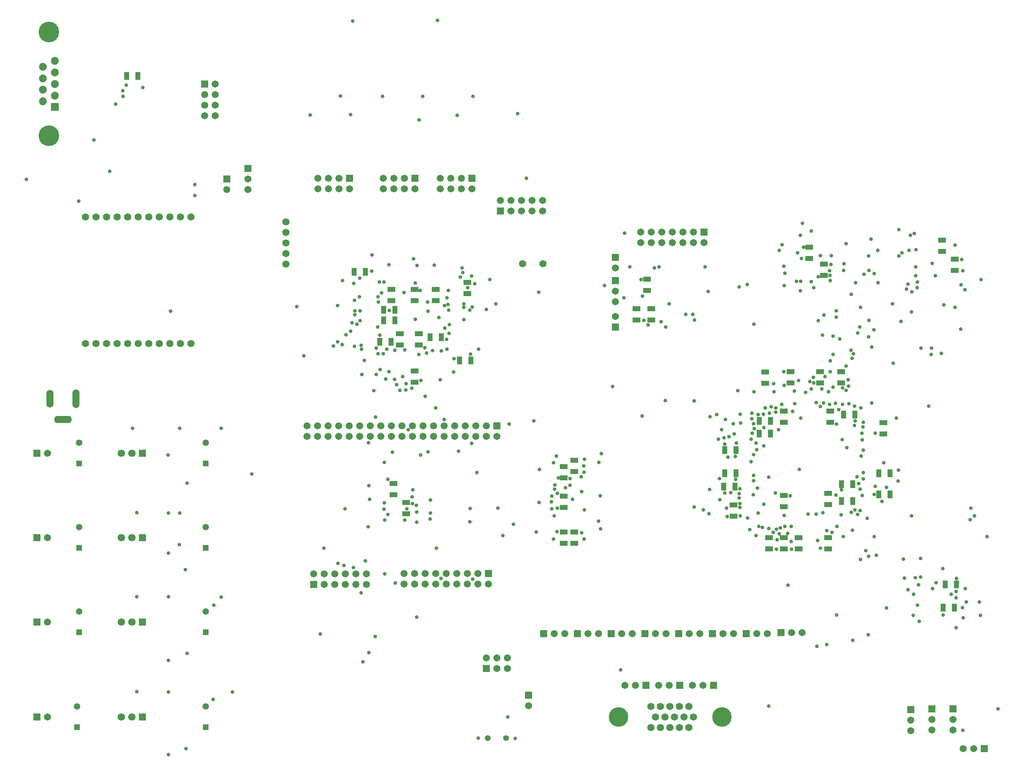
<source format=gbs>
%FSLAX44Y44*%
%MOMM*%
G71*
G01*
G75*
G04 Layer_Color=16711935*
%ADD10R,2.0000X1.8000*%
%ADD11R,2.0000X3.5000*%
%ADD12R,1.5000X2.0000*%
%ADD13R,1.2000X2.0000*%
%ADD14R,1.0000X2.0000*%
%ADD15R,0.7000X2.0000*%
%ADD16O,2.1000X0.4500*%
%ADD17R,1.7000X1.1000*%
%ADD18R,2.0000X3.3000*%
%ADD19R,2.0000X2.5000*%
%ADD20R,0.5000X3.1000*%
%ADD21O,0.2500X1.5500*%
%ADD22O,1.5500X0.2500*%
%ADD23O,1.7000X0.3500*%
%ADD24R,1.5500X0.5500*%
%ADD25R,1.2000X1.2000*%
%ADD26R,2.1000X1.4000*%
%ADD27O,2.5400X0.3000*%
%ADD28O,0.3000X2.5400*%
%ADD29R,1.5500X0.4500*%
%ADD30R,1.1000X1.7000*%
%ADD31R,1.4000X2.1000*%
%ADD32R,1.2000X1.2000*%
%ADD33C,0.1500*%
%ADD34C,1.5240*%
%ADD35C,4.5000*%
%ADD36R,1.6000X1.6000*%
%ADD37C,1.6000*%
%ADD38C,1.6900*%
%ADD39R,1.6900X1.6900*%
%ADD40C,4.7600*%
%ADD41O,1.5240X4.3180*%
%ADD42O,4.0640X1.5240*%
%ADD43O,1.5240X4.0640*%
%ADD44C,1.5000*%
%ADD45R,1.5000X1.5000*%
%ADD46R,1.5000X1.5000*%
%ADD47C,1.2000*%
%ADD48R,1.2500X1.2500*%
%ADD49C,1.3500*%
%ADD50C,0.7100*%
%ADD51C,1.0160*%
%ADD52C,0.2540*%
%ADD53C,2.0160*%
%ADD54C,2.2060*%
%ADD55C,4.2160*%
%ADD56C,1.9160*%
%ADD57C,2.0160*%
G04:AMPARAMS|DCode=58|XSize=2.524mm|YSize=2.524mm|CornerRadius=0mm|HoleSize=0mm|Usage=FLASHONLY|Rotation=0.000|XOffset=0mm|YOffset=0mm|HoleType=Round|Shape=Relief|Width=0.254mm|Gap=0.254mm|Entries=4|*
%AMTHD58*
7,0,0,2.5240,2.0160,0.2540,45*
%
%ADD58THD58*%
G04:AMPARAMS|DCode=59|XSize=2.424mm|YSize=2.424mm|CornerRadius=0mm|HoleSize=0mm|Usage=FLASHONLY|Rotation=0.000|XOffset=0mm|YOffset=0mm|HoleType=Round|Shape=Relief|Width=0.254mm|Gap=0.254mm|Entries=4|*
%AMTHD59*
7,0,0,2.4240,1.9160,0.2540,45*
%
%ADD59THD59*%
%ADD60C,2.1060*%
%ADD61C,4.2760*%
%AMTHOVALD62*
21,1,2.7940,2.2860,0,0,270.0*
1,1,2.2860,0.0000,1.3970*
1,1,2.2860,0.0000,-1.3970*
21,0,2.7940,1.7780,0,0,270.0*
1,0,1.7780,0.0000,1.3970*
1,0,1.7780,0.0000,-1.3970*
4,0,4,-0.0898,1.3072,-0.8980,2.1154,-0.7184,2.2950,0.0898,1.4868,-0.0898,1.3072,0.0*
4,0,4,-0.0898,-1.4868,0.7184,-2.2950,0.8980,-2.1154,0.0898,-1.3072,-0.0898,-1.4868,0.0*
4,0,4,-0.0898,1.4868,0.7184,2.2950,0.8980,2.1154,0.0898,1.3072,-0.0898,1.4868,0.0*
4,0,4,-0.0898,-1.3072,-0.8980,-2.1154,-0.7184,-2.2950,0.0898,-1.4868,-0.0898,-1.3072,0.0*
%
%ADD62THOVALD62*%

%ADD63O,4.3180X1.7780*%
%ADD64O,1.7780X4.3180*%
%ADD65C,1.9160*%
G04:AMPARAMS|DCode=66|XSize=2.424mm|YSize=2.424mm|CornerRadius=0mm|HoleSize=0mm|Usage=FLASHONLY|Rotation=0.000|XOffset=0mm|YOffset=0mm|HoleType=Round|Shape=Relief|Width=0.254mm|Gap=0.254mm|Entries=4|*
%AMTHD66*
7,0,0,2.4240,1.9160,0.2540,45*
%
%ADD66THD66*%
%ADD67C,1.7660*%
%ADD68C,1.8160*%
G04:AMPARAMS|DCode=69|XSize=2.274mm|YSize=2.274mm|CornerRadius=0mm|HoleSize=0mm|Usage=FLASHONLY|Rotation=0.000|XOffset=0mm|YOffset=0mm|HoleType=Round|Shape=Relief|Width=0.254mm|Gap=0.254mm|Entries=4|*
%AMTHD69*
7,0,0,2.2740,1.7660,0.2540,45*
%
%ADD69THD69*%
G04:AMPARAMS|DCode=70|XSize=1.824mm|YSize=1.824mm|CornerRadius=0mm|HoleSize=0mm|Usage=FLASHONLY|Rotation=0.000|XOffset=0mm|YOffset=0mm|HoleType=Round|Shape=Relief|Width=0.254mm|Gap=0.254mm|Entries=4|*
%AMTHD70*
7,0,0,1.8240,1.3160,0.2540,45*
%
%ADD70THD70*%
%ADD71C,1.3160*%
G04:AMPARAMS|DCode=72|XSize=2.524mm|YSize=2.524mm|CornerRadius=0mm|HoleSize=0mm|Usage=FLASHONLY|Rotation=0.000|XOffset=0mm|YOffset=0mm|HoleType=Round|Shape=Relief|Width=0.254mm|Gap=0.254mm|Entries=4|*
%AMTHD72*
7,0,0,2.5240,2.0160,0.2540,45*
%
%ADD72THD72*%
G04:AMPARAMS|DCode=73|XSize=2.614mm|YSize=2.614mm|CornerRadius=0mm|HoleSize=0mm|Usage=FLASHONLY|Rotation=0.000|XOffset=0mm|YOffset=0mm|HoleType=Round|Shape=Relief|Width=0.254mm|Gap=0.254mm|Entries=4|*
%AMTHD73*
7,0,0,2.6140,2.1060,0.2540,45*
%
%ADD73THD73*%
G04:AMPARAMS|DCode=74|XSize=4.784mm|YSize=4.784mm|CornerRadius=0mm|HoleSize=0mm|Usage=FLASHONLY|Rotation=0.000|XOffset=0mm|YOffset=0mm|HoleType=Round|Shape=Relief|Width=0.254mm|Gap=0.254mm|Entries=4|*
%AMTHD74*
7,0,0,4.7840,4.2760,0.2540,45*
%
%ADD74THD74*%
%ADD75O,1.7780X4.5720*%
%AMTHOVALD76*
21,1,2.5400,2.2860,0,0,180.0*
1,1,2.2860,1.2700,0.0000*
1,1,2.2860,-1.2700,0.0000*
21,0,2.5400,1.7780,0,0,180.0*
1,0,1.7780,1.2700,0.0000*
1,0,1.7780,-1.2700,0.0000*
4,0,4,1.1802,0.0898,1.9884,0.8980,2.1680,0.7184,1.3598,-0.0898,1.1802,0.0898,0.0*
4,0,4,-1.3598,0.0898,-2.1680,-0.7184,-1.9884,-0.8980,-1.1802,-0.0898,-1.3598,0.0898,0.0*
4,0,4,1.3598,0.0898,2.1680,-0.7184,1.9884,-0.8980,1.1802,-0.0898,1.3598,0.0898,0.0*
4,0,4,-1.1802,0.0898,-1.9884,0.8980,-2.1680,0.7184,-1.3598,-0.0898,-1.1802,0.0898,0.0*
%
%ADD76THOVALD76*%

%AMTHOVALD77*
21,1,2.5400,2.2860,0,0,90.0*
1,1,2.2860,0.0000,-1.2700*
1,1,2.2860,0.0000,1.2700*
21,0,2.5400,1.7780,0,0,90.0*
1,0,1.7780,0.0000,-1.2700*
1,0,1.7780,0.0000,1.2700*
4,0,4,0.0898,-1.1802,0.8980,-1.9884,0.7184,-2.1680,-0.0898,-1.3598,0.0898,-1.1802,0.0*
4,0,4,0.0898,1.3598,-0.7184,2.1680,-0.8980,1.9884,-0.0898,1.1802,0.0898,1.3598,0.0*
4,0,4,0.0898,-1.3598,-0.7184,-2.1680,-0.8980,-1.9884,-0.0898,-1.1802,0.0898,-1.3598,0.0*
4,0,4,0.0898,1.1802,0.8980,1.9884,0.7184,2.1680,-0.0898,1.3598,0.0898,1.1802,0.0*
%
%ADD77THOVALD77*%

G04:AMPARAMS|DCode=78|XSize=2.324mm|YSize=2.324mm|CornerRadius=0mm|HoleSize=0mm|Usage=FLASHONLY|Rotation=0.000|XOffset=0mm|YOffset=0mm|HoleType=Round|Shape=Relief|Width=0.254mm|Gap=0.254mm|Entries=4|*
%AMTHD78*
7,0,0,2.3240,1.8160,0.2540,45*
%
%ADD78THD78*%
%ADD79C,0.2500*%
%ADD80C,0.2000*%
%ADD81C,0.6000*%
%ADD82C,0.1016*%
%ADD83C,0.1778*%
%ADD84C,0.2032*%
%ADD85C,0.2794*%
%ADD86C,0.5080*%
%ADD87R,2.2032X2.0032*%
%ADD88R,2.2032X3.7032*%
%ADD89R,1.7032X2.2032*%
%ADD90R,1.4032X2.2032*%
%ADD91R,1.2032X2.2032*%
%ADD92R,0.9032X2.2032*%
%ADD93O,2.3032X0.6532*%
%ADD94R,1.9032X1.3032*%
%ADD95R,2.2032X3.5032*%
%ADD96R,2.2032X2.7032*%
%ADD97R,0.7032X3.3032*%
%ADD98O,0.4532X1.7532*%
%ADD99O,1.7532X0.4532*%
%ADD100O,1.9032X0.5532*%
%ADD101R,1.7532X0.7532*%
%ADD102R,1.4032X1.4032*%
%ADD103R,2.3032X1.6032*%
%ADD104O,2.7432X0.5032*%
%ADD105O,0.5032X2.7432*%
%ADD106R,1.7532X0.6532*%
%ADD107R,1.3032X1.9032*%
%ADD108R,1.6032X2.3032*%
%ADD109R,1.4032X1.4032*%
%ADD110C,1.7272*%
%ADD111C,4.7032*%
%ADD112R,1.8032X1.8032*%
%ADD113C,1.8032*%
%ADD114C,1.8932*%
%ADD115R,1.8932X1.8932*%
%ADD116C,4.9632*%
%ADD117O,1.7272X4.5212*%
%ADD118O,4.2672X1.7272*%
%ADD119O,1.7272X4.2672*%
%ADD120C,1.7032*%
%ADD121R,1.7032X1.7032*%
%ADD122R,1.7032X1.7032*%
%ADD123C,1.4032*%
%ADD124R,1.4532X1.4532*%
%ADD125C,1.5532*%
%ADD126C,0.9132*%
D94*
X1624330Y1936280D02*
D03*
Y1909280D02*
D03*
X2386330Y1396200D02*
D03*
Y1423200D02*
D03*
X1441450Y1892770D02*
D03*
Y1919770D02*
D03*
X1497330D02*
D03*
Y1892770D02*
D03*
X1548130Y1919770D02*
D03*
Y1892770D02*
D03*
X1507490Y1786090D02*
D03*
Y1813090D02*
D03*
X1461770D02*
D03*
Y1786090D02*
D03*
X1497330Y1722920D02*
D03*
Y1695920D02*
D03*
X1446530Y1425410D02*
D03*
Y1452410D02*
D03*
X1856740Y1308570D02*
D03*
Y1335570D02*
D03*
X1882140D02*
D03*
Y1308570D02*
D03*
Y1508290D02*
D03*
Y1481290D02*
D03*
X1856740Y1466050D02*
D03*
Y1493050D02*
D03*
Y1421930D02*
D03*
Y1394930D02*
D03*
X2482850Y1953730D02*
D03*
Y1980730D02*
D03*
X2797810Y1992160D02*
D03*
Y1965160D02*
D03*
X2057400Y1943900D02*
D03*
Y1916900D02*
D03*
X2067560Y1845780D02*
D03*
Y1872780D02*
D03*
X2032000Y1845780D02*
D03*
Y1872780D02*
D03*
X2341880Y1693380D02*
D03*
Y1720380D02*
D03*
X2402840Y1694650D02*
D03*
Y1721650D02*
D03*
X2473960Y1694650D02*
D03*
Y1721650D02*
D03*
X2524760Y1694650D02*
D03*
Y1721650D02*
D03*
X2498090Y1599400D02*
D03*
Y1626400D02*
D03*
X2626360Y1571460D02*
D03*
Y1598460D02*
D03*
X2386330Y1626400D02*
D03*
Y1599400D02*
D03*
X2265680Y1400340D02*
D03*
Y1373340D02*
D03*
X2493010Y1401280D02*
D03*
Y1428280D02*
D03*
Y1294600D02*
D03*
Y1321600D02*
D03*
X2421890Y1294600D02*
D03*
Y1321600D02*
D03*
X2386330Y1294600D02*
D03*
Y1321600D02*
D03*
X2350770Y1294600D02*
D03*
Y1321600D02*
D03*
X2447290Y1994370D02*
D03*
Y2021370D02*
D03*
X2767330Y2010880D02*
D03*
Y2037880D02*
D03*
X1477010Y1379690D02*
D03*
Y1406690D02*
D03*
D107*
X804380Y2433320D02*
D03*
X831380D02*
D03*
X1561630Y1804670D02*
D03*
X1534630D02*
D03*
X1378750Y1962150D02*
D03*
X1351750D02*
D03*
X2525230Y1450340D02*
D03*
X2552230D02*
D03*
X2327110Y1602740D02*
D03*
X2354110D02*
D03*
X1449870Y1870710D02*
D03*
X1422870D02*
D03*
X1449870Y1845310D02*
D03*
X1422870D02*
D03*
X1413980Y1793240D02*
D03*
X1440980D02*
D03*
X1605750Y1748790D02*
D03*
X1632750D02*
D03*
X2802420Y1209040D02*
D03*
X2775420D02*
D03*
X2557310Y1617980D02*
D03*
X2530310D02*
D03*
X2354110Y1572260D02*
D03*
X2327110D02*
D03*
X2269020Y1445000D02*
D03*
X2242020D02*
D03*
X2271560Y1477010D02*
D03*
X2244560D02*
D03*
Y1532890D02*
D03*
X2271560D02*
D03*
X2642400Y1426210D02*
D03*
X2615400D02*
D03*
X2642400Y1477010D02*
D03*
X2615400D02*
D03*
X2552230Y1409700D02*
D03*
X2525230D02*
D03*
X2797340Y1153160D02*
D03*
X2770340D02*
D03*
D110*
X2157730Y915670D02*
D03*
X2134830D02*
D03*
X2111930D02*
D03*
X2089030D02*
D03*
X2066130D02*
D03*
X2169130Y890270D02*
D03*
X2146230D02*
D03*
X2123330D02*
D03*
X2100430D02*
D03*
X2077530D02*
D03*
X2157730Y864870D02*
D03*
X2134830D02*
D03*
X2111930D02*
D03*
X2089030D02*
D03*
X2066130D02*
D03*
X1806480Y1981200D02*
D03*
X1757680D02*
D03*
X704850Y2094230D02*
D03*
X730250D02*
D03*
X958850D02*
D03*
X755650D02*
D03*
X806450D02*
D03*
X781050D02*
D03*
X857250D02*
D03*
X831850D02*
D03*
X908050D02*
D03*
X882650D02*
D03*
X933450D02*
D03*
Y1789230D02*
D03*
X882650D02*
D03*
X908050D02*
D03*
X831850D02*
D03*
X857250D02*
D03*
X781050D02*
D03*
X806450D02*
D03*
X755650D02*
D03*
X958850D02*
D03*
X730250D02*
D03*
X704850D02*
D03*
X1187450Y2056830D02*
D03*
Y2031430D02*
D03*
Y2006030D02*
D03*
Y1980630D02*
D03*
Y2082230D02*
D03*
D111*
X2237730Y890270D02*
D03*
X1988530D02*
D03*
D112*
X842010Y1525270D02*
D03*
Y890270D02*
D03*
Y1118870D02*
D03*
Y1322070D02*
D03*
D113*
X816610Y1525270D02*
D03*
X791210D02*
D03*
X816610Y890270D02*
D03*
X791210D02*
D03*
X816610Y1118870D02*
D03*
X791210D02*
D03*
X816610Y1322070D02*
D03*
X791210D02*
D03*
D114*
X631170Y2469670D02*
D03*
X602770Y2455820D02*
D03*
X631170Y2441970D02*
D03*
X602770Y2428120D02*
D03*
X631170Y2414270D02*
D03*
X602770Y2400420D02*
D03*
X631170Y2386570D02*
D03*
X602770Y2372720D02*
D03*
D115*
X631170Y2358870D02*
D03*
D116*
X616970Y2289320D02*
D03*
Y2539220D02*
D03*
D117*
X681760Y1656080D02*
D03*
D118*
X650760Y1606080D02*
D03*
D119*
X619760Y1656080D02*
D03*
D120*
X1675130Y1210310D02*
D03*
X1649730Y1235710D02*
D03*
Y1210310D02*
D03*
X1624330Y1235710D02*
D03*
Y1210310D02*
D03*
X1598930Y1235710D02*
D03*
Y1210310D02*
D03*
X1573530Y1235710D02*
D03*
Y1210310D02*
D03*
X1548130Y1235710D02*
D03*
Y1210310D02*
D03*
X1522730Y1235710D02*
D03*
Y1210310D02*
D03*
X1497330Y1235710D02*
D03*
Y1210310D02*
D03*
X1471930Y1235710D02*
D03*
Y1210310D02*
D03*
X1695450Y1565910D02*
D03*
X1670050Y1591310D02*
D03*
Y1565910D02*
D03*
X1644650Y1591310D02*
D03*
Y1565910D02*
D03*
X1619250Y1591310D02*
D03*
Y1565910D02*
D03*
X1593850Y1591310D02*
D03*
Y1565910D02*
D03*
X1568450Y1591310D02*
D03*
Y1565910D02*
D03*
X1543050Y1591310D02*
D03*
Y1565910D02*
D03*
X1517650Y1591310D02*
D03*
Y1565910D02*
D03*
X1492250Y1591310D02*
D03*
Y1565910D02*
D03*
X1466850Y1591310D02*
D03*
Y1565910D02*
D03*
X1441450Y1591310D02*
D03*
Y1565910D02*
D03*
X1416050Y1591310D02*
D03*
Y1565910D02*
D03*
X1390650Y1591310D02*
D03*
Y1565910D02*
D03*
X1365250Y1591310D02*
D03*
Y1565910D02*
D03*
X1339850Y1591310D02*
D03*
Y1565910D02*
D03*
X1314450Y1591310D02*
D03*
Y1565910D02*
D03*
X1289050Y1591310D02*
D03*
Y1565910D02*
D03*
X1263650Y1591310D02*
D03*
Y1565910D02*
D03*
X1238250Y1591310D02*
D03*
Y1565910D02*
D03*
X1254760Y1234440D02*
D03*
X1280160Y1209040D02*
D03*
Y1234440D02*
D03*
X1305560Y1209040D02*
D03*
Y1234440D02*
D03*
X1330960Y1209040D02*
D03*
Y1234440D02*
D03*
X1356360Y1209040D02*
D03*
Y1234440D02*
D03*
X1381760Y1209040D02*
D03*
Y1234440D02*
D03*
X1017270Y2414270D02*
D03*
X991870Y2388870D02*
D03*
X1017270D02*
D03*
X991870Y2363470D02*
D03*
X1017270D02*
D03*
X991870Y2338070D02*
D03*
X1017270D02*
D03*
X1720850Y1032510D02*
D03*
Y1007110D02*
D03*
X1695450Y1032510D02*
D03*
Y1007110D02*
D03*
X1670050Y1032510D02*
D03*
X1045210Y2160270D02*
D03*
X1704340Y2133600D02*
D03*
X1729740Y2108200D02*
D03*
Y2133600D02*
D03*
X1755140Y2108200D02*
D03*
Y2133600D02*
D03*
X1780540Y2108200D02*
D03*
Y2133600D02*
D03*
X1805940Y2108200D02*
D03*
Y2133600D02*
D03*
X2042160Y2032000D02*
D03*
Y2057400D02*
D03*
X2067560Y2032000D02*
D03*
Y2057400D02*
D03*
X2092960Y2032000D02*
D03*
Y2057400D02*
D03*
X2118360Y2032000D02*
D03*
Y2057400D02*
D03*
X2143760Y2032000D02*
D03*
Y2057400D02*
D03*
X2169160Y2032000D02*
D03*
Y2057400D02*
D03*
X2194560Y2032000D02*
D03*
X2843530Y814070D02*
D03*
X2818130D02*
D03*
X613410Y890270D02*
D03*
Y1118870D02*
D03*
Y1322070D02*
D03*
Y1525270D02*
D03*
X1771650Y916940D02*
D03*
X2692400Y857250D02*
D03*
Y882650D02*
D03*
X2430780Y1093470D02*
D03*
X2405380D02*
D03*
X2743200Y858520D02*
D03*
Y883920D02*
D03*
X2184400Y1090930D02*
D03*
X2159000D02*
D03*
X2103120D02*
D03*
X2077720D02*
D03*
X2794000Y858520D02*
D03*
Y883920D02*
D03*
X2021840Y1090930D02*
D03*
X1996440D02*
D03*
X1940560D02*
D03*
X1915160D02*
D03*
X1859280D02*
D03*
X1833880D02*
D03*
X1096010Y2160270D02*
D03*
Y2185670D02*
D03*
X2346960Y1090930D02*
D03*
X2321560D02*
D03*
X2265680D02*
D03*
X2240280D02*
D03*
X2004060Y966470D02*
D03*
X2029460D02*
D03*
X2166620D02*
D03*
X2192020D02*
D03*
X2085340D02*
D03*
X2110740D02*
D03*
X1981200Y1854200D02*
D03*
Y1889760D02*
D03*
Y1915160D02*
D03*
X1341120Y2161540D02*
D03*
X1315720Y2186940D02*
D03*
Y2161540D02*
D03*
X1290320Y2186940D02*
D03*
Y2161540D02*
D03*
X1264920Y2186940D02*
D03*
Y2161540D02*
D03*
X1498600D02*
D03*
X1473200Y2186940D02*
D03*
Y2161540D02*
D03*
X1447800Y2186940D02*
D03*
Y2161540D02*
D03*
X1422400Y2186940D02*
D03*
Y2161540D02*
D03*
X1635760D02*
D03*
X1610360Y2186940D02*
D03*
Y2161540D02*
D03*
X1584960Y2186940D02*
D03*
Y2161540D02*
D03*
X1559560Y2186940D02*
D03*
Y2161540D02*
D03*
X1981200Y1971040D02*
D03*
D121*
X1675130Y1235710D02*
D03*
X1695450Y1591310D02*
D03*
X1254760Y1209040D02*
D03*
X1670050Y1007110D02*
D03*
X1704340Y2108200D02*
D03*
X2194560Y2057400D02*
D03*
X2868930Y814070D02*
D03*
X588010Y890270D02*
D03*
Y1118870D02*
D03*
Y1322070D02*
D03*
Y1525270D02*
D03*
X2379980Y1093470D02*
D03*
X2133600Y1090930D02*
D03*
X2052320D02*
D03*
X1971040D02*
D03*
X1889760D02*
D03*
X1808480D02*
D03*
X2296160D02*
D03*
X2214880D02*
D03*
X2054860Y966470D02*
D03*
X2217420D02*
D03*
X2136140D02*
D03*
X1341120Y2186940D02*
D03*
X1498600D02*
D03*
X1635760D02*
D03*
D122*
X991870Y2414270D02*
D03*
X1045210Y2185670D02*
D03*
X1771650Y942340D02*
D03*
X2692400Y908050D02*
D03*
X2743200Y909320D02*
D03*
X2794000D02*
D03*
X1096010Y2211070D02*
D03*
X1981200Y1828800D02*
D03*
Y1940560D02*
D03*
Y1996440D02*
D03*
D123*
X1717450Y839470D02*
D03*
X1673450D02*
D03*
D124*
X689610Y1500270D02*
D03*
X684530Y865270D02*
D03*
X994410D02*
D03*
X689610Y1093870D02*
D03*
X994410D02*
D03*
X689610Y1297070D02*
D03*
X994410D02*
D03*
Y1500270D02*
D03*
D125*
X689610Y1550270D02*
D03*
X684530Y915270D02*
D03*
X994410D02*
D03*
X689610Y1143870D02*
D03*
X994410D02*
D03*
X689610Y1347070D02*
D03*
X994410D02*
D03*
Y1550270D02*
D03*
D126*
X1841500Y1393000D02*
D03*
X2304000Y1341500D02*
D03*
X2324750Y1381000D02*
D03*
X2314000Y1522000D02*
D03*
X2319250Y1549500D02*
D03*
X2264750Y1596250D02*
D03*
X2313500Y1458750D02*
D03*
X2452250Y1680250D02*
D03*
X2458250Y1694250D02*
D03*
X2449370Y1698333D02*
D03*
X2457250Y1708250D02*
D03*
X2422250Y1700750D02*
D03*
X2496500Y1642750D02*
D03*
X2480500Y1382250D02*
D03*
X2587500Y1368250D02*
D03*
X2382500Y2027500D02*
D03*
X1834000Y1438500D02*
D03*
X1835500Y1449250D02*
D03*
X1351250Y1934500D02*
D03*
X1433500Y1378250D02*
D03*
X1535500Y1381250D02*
D03*
X1366500Y1868250D02*
D03*
X1580250Y1813750D02*
D03*
X1494500Y1993000D02*
D03*
X2543250Y1645000D02*
D03*
X2753000Y1214000D02*
D03*
X2404250Y1313000D02*
D03*
X2309750Y1621500D02*
D03*
X2381750Y1643000D02*
D03*
X2412500Y1645000D02*
D03*
X795000Y2398250D02*
D03*
X2279250Y1428000D02*
D03*
X2362750Y1673750D02*
D03*
X2527250Y1558250D02*
D03*
X2575000Y1557250D02*
D03*
X2603750Y1426250D02*
D03*
X2489500Y1339250D02*
D03*
X2401500Y1422500D02*
D03*
X2365750Y1429500D02*
D03*
X2387250Y1375600D02*
D03*
X2279111Y1418069D02*
D03*
X2280500Y1404250D02*
D03*
X2232750Y1413500D02*
D03*
X1394250Y1963500D02*
D03*
X1840250Y1336000D02*
D03*
X1797250Y1406750D02*
D03*
X1832000Y1502000D02*
D03*
X1838250Y1518500D02*
D03*
X1904750Y1495000D02*
D03*
X2015750Y1974000D02*
D03*
X2042750Y1943750D02*
D03*
X2499500Y1980000D02*
D03*
X2817000Y1965000D02*
D03*
X2817500Y858000D02*
D03*
X1402250Y1084250D02*
D03*
X1552500Y2567500D02*
D03*
X1348750Y2566000D02*
D03*
X949750Y1453250D02*
D03*
X2231500Y1464000D02*
D03*
X2404000Y1349000D02*
D03*
X1353500Y1858750D02*
D03*
Y1868500D02*
D03*
X1346750Y1839250D02*
D03*
X1343500Y1819250D02*
D03*
X2559000Y1935750D02*
D03*
X2150500Y1859750D02*
D03*
X2512000Y1424750D02*
D03*
X2572750Y1518750D02*
D03*
X2558500Y1602750D02*
D03*
X2557000Y1592500D02*
D03*
X2513750Y1595750D02*
D03*
X2498250Y1721750D02*
D03*
X2548250Y1773500D02*
D03*
X2386500Y1721750D02*
D03*
X2374000Y1582250D02*
D03*
X2314250Y1673750D02*
D03*
X2307500Y1558750D02*
D03*
X2307750Y1505250D02*
D03*
X2244500Y1547500D02*
D03*
X2270750Y1462500D02*
D03*
X2313250Y1471750D02*
D03*
X2280750Y1439500D02*
D03*
X2360750Y1334750D02*
D03*
X2368250Y1342250D02*
D03*
X2368500Y1293750D02*
D03*
X2404750Y1294250D02*
D03*
X2524500Y1377250D02*
D03*
X2474750Y1296750D02*
D03*
X2606250Y1445750D02*
D03*
X2662000Y1458000D02*
D03*
X2815250Y1992000D02*
D03*
X2798500Y2026750D02*
D03*
X2705000Y2015250D02*
D03*
X2703750Y1974000D02*
D03*
X2743750Y1982500D02*
D03*
X2548750Y1908250D02*
D03*
X2531500Y1981500D02*
D03*
X2428500Y1994250D02*
D03*
X2497750Y1954000D02*
D03*
X2536250Y2029500D02*
D03*
X2387500Y1929000D02*
D03*
X2167250Y1859750D02*
D03*
X1607566Y1949704D02*
D03*
X1579000Y1917250D02*
D03*
X1366250Y1844750D02*
D03*
X1358250Y1836250D02*
D03*
X1404750Y1778500D02*
D03*
X1422250Y1765000D02*
D03*
X1575250Y1776000D02*
D03*
X1632000Y1764250D02*
D03*
X1490500Y1682000D02*
D03*
X1476250Y1678000D02*
D03*
X1449000Y1703250D02*
D03*
X1454571Y1690332D02*
D03*
X1428000Y1703750D02*
D03*
X1513000Y1700250D02*
D03*
X1414500Y1726500D02*
D03*
X1449750Y1773250D02*
D03*
X1529000Y1889500D02*
D03*
X1498750Y1847500D02*
D03*
X1423750Y1937250D02*
D03*
X1412500D02*
D03*
X1409500Y1902000D02*
D03*
X1418250Y1911500D02*
D03*
X1410500Y1889500D02*
D03*
X1364750Y1902000D02*
D03*
X1365000Y1947250D02*
D03*
X1796000Y1912750D02*
D03*
X1906000Y1510750D02*
D03*
X1798250Y1486500D02*
D03*
X1944750Y1422750D02*
D03*
X1841250Y1429000D02*
D03*
X1827250Y1422250D02*
D03*
X1945000Y1342750D02*
D03*
X1905750Y1318750D02*
D03*
X1899250Y1333500D02*
D03*
X1832250Y1318250D02*
D03*
X1386500Y1551000D02*
D03*
X1568750Y1606250D02*
D03*
X2770000Y1136000D02*
D03*
X2802500Y1224000D02*
D03*
X2801000Y1192250D02*
D03*
X2789174Y1185672D02*
D03*
X2769000Y1247500D02*
D03*
X2857000Y1167250D02*
D03*
X2859750Y1135250D02*
D03*
X2711000Y1208500D02*
D03*
X2744500Y1199500D02*
D03*
X2708500Y1159250D02*
D03*
X1722000Y890000D02*
D03*
X1740000Y838500D02*
D03*
X1651000Y839000D02*
D03*
X1387000Y1044750D02*
D03*
X1014250Y1159250D02*
D03*
X931250Y1304750D02*
D03*
X1105750Y1475250D02*
D03*
X904250Y1520750D02*
D03*
X1766500Y2187000D02*
D03*
X1246000Y2339500D02*
D03*
X1600000Y2339250D02*
D03*
X1638000Y2384750D02*
D03*
X1420250D02*
D03*
X1318750Y2385500D02*
D03*
X795500Y2384750D02*
D03*
X1508250Y2327750D02*
D03*
X1516500Y2384250D02*
D03*
X803500Y2412000D02*
D03*
X842750Y2405750D02*
D03*
X562500Y2184500D02*
D03*
X689250Y2132250D02*
D03*
X763250Y2204000D02*
D03*
X968500Y2172000D02*
D03*
X968000Y2146000D02*
D03*
X818000Y1585500D02*
D03*
X931750Y1585250D02*
D03*
X904750Y1285000D02*
D03*
X947500Y814250D02*
D03*
X904750Y950250D02*
D03*
X1059250D02*
D03*
X1636750Y1222000D02*
D03*
X1389250Y1414500D02*
D03*
X1433000Y1462500D02*
D03*
X1424250Y1405750D02*
D03*
X1473500Y1364250D02*
D03*
X1501750Y1400000D02*
D03*
X1492500Y1403750D02*
D03*
X1491500Y1420000D02*
D03*
X1493250Y1437000D02*
D03*
X1535250Y1412500D02*
D03*
X1535000Y1366750D02*
D03*
X1630000Y1360000D02*
D03*
X2350008Y916686D02*
D03*
X1379301Y1266190D02*
D03*
X1301496Y1783842D02*
D03*
X1352804Y1782572D02*
D03*
X1871726Y1464310D02*
D03*
X1898904Y1468120D02*
D03*
X2251456Y1516126D02*
D03*
X1877568Y1414018D02*
D03*
X2207768Y1437894D02*
D03*
X1871980Y1447800D02*
D03*
X2299462Y1369314D02*
D03*
X1906016Y1388618D02*
D03*
X1784096Y1603502D02*
D03*
X2350008Y1467612D02*
D03*
X2170684Y1651762D02*
D03*
X2427224Y1609852D02*
D03*
X2569972Y1439164D02*
D03*
Y1387602D02*
D03*
X2110486Y1885334D02*
D03*
X2085594Y1973834D02*
D03*
X2002790Y2054860D02*
D03*
X2101596Y1829562D02*
D03*
X2569710D02*
D03*
X2324608Y1618742D02*
D03*
X1461722Y1676448D02*
D03*
X1435862Y1721358D02*
D03*
X1468882Y1709928D02*
D03*
X2208784Y1613154D02*
D03*
X1526250Y1766500D02*
D03*
X1974342Y1685798D02*
D03*
X2045208Y1614932D02*
D03*
X2281428Y1618996D02*
D03*
X2245861Y1606631D02*
D03*
X1522730Y1662684D02*
D03*
X1631188Y1392682D02*
D03*
X1634490Y1549146D02*
D03*
X1709674Y1327404D02*
D03*
X2319710D02*
D03*
X2326640Y1349248D02*
D03*
X1698498Y1393190D02*
D03*
X2334768Y1346200D02*
D03*
X1735582Y1354074D02*
D03*
X1569974Y1826620D02*
D03*
X1580896Y1834896D02*
D03*
X1615948Y1846620D02*
D03*
X2562737Y1468735D02*
D03*
X1615706Y1884680D02*
D03*
X2577846Y1478534D02*
D03*
X1615948Y1876298D02*
D03*
X2474722Y1637538D02*
D03*
X1636522Y1877568D02*
D03*
X2590800Y1805648D02*
D03*
X1575600Y1899412D02*
D03*
X1634714Y1952244D02*
D03*
X2504941Y1806963D02*
D03*
X2482558Y1858010D02*
D03*
X1613154Y1960545D02*
D03*
X2479548Y1810004D02*
D03*
X1670558Y1871472D02*
D03*
X2439162Y1672082D02*
D03*
X1692910Y1885188D02*
D03*
X1555750Y1852168D02*
D03*
X2377948Y1345946D02*
D03*
X2389124Y1348994D02*
D03*
X2465832Y1060704D02*
D03*
X1330198Y1391158D02*
D03*
X1312926Y1260602D02*
D03*
X1651762Y1775968D02*
D03*
X1312418Y1880870D02*
D03*
X1279398Y1296670D02*
D03*
X1549654D02*
D03*
X1591818Y1721104D02*
D03*
X1592580Y1753362D02*
D03*
X1540256Y1772666D02*
D03*
X1471638Y1911896D02*
D03*
X1323594Y1941322D02*
D03*
X1326896Y1255522D02*
D03*
X1436878Y1869186D02*
D03*
X1395222Y2003044D02*
D03*
X1270508Y1090422D02*
D03*
X1312245Y1793494D02*
D03*
X1368806Y1785112D02*
D03*
X1373378Y1022858D02*
D03*
X1323086Y1786636D02*
D03*
X1369314Y1775460D02*
D03*
X1403604Y1612646D02*
D03*
X1725168Y1595374D02*
D03*
X1611884Y1971548D02*
D03*
X1569720Y1880616D02*
D03*
X2552526Y1074594D02*
D03*
X2589530Y1088390D02*
D03*
X2598420Y1780540D02*
D03*
X2001266Y1899412D02*
D03*
X2059940Y1834134D02*
D03*
X2564130Y1815084D02*
D03*
X2278634Y1925574D02*
D03*
X1955038Y1928876D02*
D03*
X2298700Y1931924D02*
D03*
X1502410Y1130808D02*
D03*
X1646900Y1478836D02*
D03*
X1424690Y1503220D02*
D03*
X1443736Y1527810D02*
D03*
X1479042Y1391412D02*
D03*
X2687828Y2013712D02*
D03*
X2590546Y2000504D02*
D03*
X2663642D02*
D03*
X2596604Y2040928D02*
D03*
X2425946Y2050542D02*
D03*
X2485136Y1710182D02*
D03*
X2572258Y1634490D02*
D03*
X2812750Y1931000D02*
D03*
X2613739Y1935730D02*
D03*
X2527554Y1642618D02*
D03*
X2536000Y1676750D02*
D03*
X2822194Y1918660D02*
D03*
X2504694Y1763522D02*
D03*
X2498598Y1941322D02*
D03*
X2861818Y1943862D02*
D03*
X2576576Y1588800D02*
D03*
X2812034Y1824258D02*
D03*
X2681732Y1921002D02*
D03*
X2458212Y1924304D02*
D03*
X2707076D02*
D03*
X2577846Y1533144D02*
D03*
X2735326Y1639062D02*
D03*
X2496566Y1964944D02*
D03*
X2469388Y1950212D02*
D03*
X2469678Y1844512D02*
D03*
X2591054Y1845310D02*
D03*
Y1965390D02*
D03*
X2530094D02*
D03*
X2541270Y1702308D02*
D03*
X2464308Y1646936D02*
D03*
X2504948Y1684274D02*
D03*
X2494026Y1673352D02*
D03*
X2512314Y1852930D02*
D03*
X2771648Y1882394D02*
D03*
X2766098Y1765338D02*
D03*
X2574036Y1573276D02*
D03*
X2648458Y1885442D02*
D03*
X2521289Y1800098D02*
D03*
X2668524Y1842554D02*
D03*
X2649728Y1742186D02*
D03*
X2577846Y1599438D02*
D03*
X2740914Y1763014D02*
D03*
X2550414Y1753779D02*
D03*
X2554224Y1764792D02*
D03*
X2742184Y1778762D02*
D03*
X2350262Y1343660D02*
D03*
X2375408Y1331722D02*
D03*
X1993392Y1003554D02*
D03*
X2489708Y1064768D02*
D03*
X1574500Y1799250D02*
D03*
X2502662Y1334770D02*
D03*
X2801366Y1177036D02*
D03*
X2823532Y1199320D02*
D03*
X2575560Y1423800D02*
D03*
X2715768Y1226820D02*
D03*
X2551938Y1339596D02*
D03*
X2590800Y1277366D02*
D03*
X2702750Y1225500D02*
D03*
X2604211Y1324597D02*
D03*
X2676652Y1225042D02*
D03*
X2584030Y1291082D02*
D03*
X2633472Y1152398D02*
D03*
X2712212Y1120648D02*
D03*
X2529332Y1324356D02*
D03*
X2674620Y1269962D02*
D03*
X1331976Y1810258D02*
D03*
X1352804Y1893570D02*
D03*
X909774Y1867154D02*
D03*
X1404750Y1715262D02*
D03*
X1409192Y1764792D02*
D03*
X2876000Y1324500D02*
D03*
X2662428Y1484200D02*
D03*
X2837180Y1393444D02*
D03*
X2699004Y1185672D02*
D03*
X1230884Y1759712D02*
D03*
X1413750Y1809750D02*
D03*
X1214120Y1878330D02*
D03*
X1350010Y1249680D02*
D03*
X1790700Y1335532D02*
D03*
X2557412Y1388954D02*
D03*
X2370490Y1316520D02*
D03*
X2685034Y1196492D02*
D03*
X2816352Y1153922D02*
D03*
X2698000Y1135000D02*
D03*
X2467356Y1315466D02*
D03*
X2818638Y1129030D02*
D03*
X2715514Y1271778D02*
D03*
X2549144Y1383284D02*
D03*
X2101062Y1652550D02*
D03*
X2801620Y1105662D02*
D03*
X2513838Y1136142D02*
D03*
X2396998Y1207770D02*
D03*
X2395474Y1331976D02*
D03*
X777964Y2366120D02*
D03*
X1577848Y1883156D02*
D03*
X2623058Y1408800D02*
D03*
X2075180Y1971548D02*
D03*
X2337816Y1402588D02*
D03*
X2229358Y1558798D02*
D03*
X1559306Y1702308D02*
D03*
X2224494Y1618704D02*
D03*
X1940566Y1361440D02*
D03*
X1905254Y1479804D02*
D03*
X1579372Y1869440D02*
D03*
X2537968Y1538800D02*
D03*
X2090674Y1841754D02*
D03*
X2314702Y1836166D02*
D03*
X2275840Y1675638D02*
D03*
X1529588Y1867662D02*
D03*
X2707894Y1937766D02*
D03*
X2426970Y1939036D02*
D03*
X2570860Y1876827D02*
D03*
X2799155D02*
D03*
X2426208Y1916176D02*
D03*
X2685034Y1932432D02*
D03*
X2557000Y1638500D02*
D03*
X2527750Y1682750D02*
D03*
X2482342Y1646174D02*
D03*
X2579878Y1956054D02*
D03*
X2703764Y1952498D02*
D03*
X2751328Y1953006D02*
D03*
X2416556Y1939036D02*
D03*
X2603754Y1958086D02*
D03*
X2497836Y1747774D02*
D03*
X2657250Y1610000D02*
D03*
X1630426Y1869948D02*
D03*
X2510536Y1645666D02*
D03*
X1430528Y1776222D02*
D03*
X2835402Y1365504D02*
D03*
X2633980Y1442720D02*
D03*
X1399032Y1676146D02*
D03*
X1408684Y1829160D02*
D03*
X2693416Y1374394D02*
D03*
X2845308D02*
D03*
X1561630Y1771358D02*
D03*
X1507490Y1763268D02*
D03*
X2474214Y2000758D02*
D03*
X2500884D02*
D03*
X2388870Y1958340D02*
D03*
X2452895Y1938020D02*
D03*
X1425500Y1364500D02*
D03*
X1602994Y1530604D02*
D03*
X1502250Y1384000D02*
D03*
X1451273Y1213187D02*
D03*
X1425702Y1234948D02*
D03*
X1385372Y1348430D02*
D03*
X1387602Y1447292D02*
D03*
X1502750Y1359000D02*
D03*
X1561338Y1224026D02*
D03*
X1529334Y1528826D02*
D03*
X1510792Y1917446D02*
D03*
X2603500Y1822450D02*
D03*
X1678686Y1943862D02*
D03*
X2419604Y2007870D02*
D03*
X2671008D02*
D03*
X2338324Y1542796D02*
D03*
X1548384Y1634744D02*
D03*
X1947164Y1524508D02*
D03*
X2236724Y1581658D02*
D03*
X1482598D02*
D03*
X1476967Y1692686D02*
D03*
X1473708Y1774432D02*
D03*
X1499000Y1934750D02*
D03*
X2612644Y2013712D02*
D03*
X2597930Y1646420D02*
D03*
X2700782Y2054660D02*
D03*
X1512062Y1520698D02*
D03*
X2170938Y1395476D02*
D03*
X1833504Y1374780D02*
D03*
X2321560Y1533800D02*
D03*
X1860550Y1442212D02*
D03*
X1899920Y1432560D02*
D03*
X2269744Y1517396D02*
D03*
X1376370Y1748920D02*
D03*
X1370694Y1714500D02*
D03*
X2386360Y1975930D02*
D03*
X2431542Y2078990D02*
D03*
X2663698Y2064004D02*
D03*
X2690876Y2050542D02*
D03*
X2606250Y1573500D02*
D03*
X828750Y951000D02*
D03*
X949500Y1043750D02*
D03*
X828500Y1179500D02*
D03*
X904750D02*
D03*
X1031500Y1179250D02*
D03*
X945500Y1245250D02*
D03*
X828500Y1382000D02*
D03*
X932000Y1381500D02*
D03*
X1031500Y1585500D02*
D03*
X904750Y799500D02*
D03*
Y1026750D02*
D03*
X1012250Y932250D02*
D03*
X904750Y1381250D02*
D03*
X725500Y2279500D02*
D03*
X1843439Y1466050D02*
D03*
X1343500Y2340250D02*
D03*
X2525230Y1437039D02*
D03*
X2577910Y1463800D02*
D03*
X2433990Y2021370D02*
D03*
X2901750Y909500D02*
D03*
X1369060Y1188720D02*
D03*
X1423670Y1390650D02*
D03*
X1625600Y1924050D02*
D03*
X1642110Y1932940D02*
D03*
X2242820Y1562100D02*
D03*
X2254250Y1564640D02*
D03*
X2272030Y1549400D02*
D03*
X2281936Y1597914D02*
D03*
X2267000Y1571500D02*
D03*
X2309368Y1608328D02*
D03*
X2313686Y1596644D02*
D03*
X2310250Y1573250D02*
D03*
X2258250Y1430500D02*
D03*
X2313000Y1425250D02*
D03*
X2244250Y1429750D02*
D03*
X1826750Y1408250D02*
D03*
X2323250Y1441000D02*
D03*
X2171750Y1845750D02*
D03*
X2204750Y1914250D02*
D03*
X2046000Y1903250D02*
D03*
X2049750Y1845500D02*
D03*
X2412170Y1674640D02*
D03*
X2387250Y1689000D02*
D03*
X2512500Y1868250D02*
D03*
X2452750Y2060000D02*
D03*
X2464750Y1379000D02*
D03*
X2444750Y1378500D02*
D03*
X2514500Y1349250D02*
D03*
X2564000Y1377750D02*
D03*
X2542250Y1686500D02*
D03*
X1745250Y2342750D02*
D03*
X2315113Y1584327D02*
D03*
X2408000Y1626250D02*
D03*
X2536000Y1735500D02*
D03*
X2375250Y2013500D02*
D03*
X1503750Y1977250D02*
D03*
X1545000Y1978000D02*
D03*
X1435250Y1978750D02*
D03*
X1941500Y1503250D02*
D03*
X2366772Y1624076D02*
D03*
X2337750Y1619250D02*
D03*
X2367026Y1634744D02*
D03*
X2356104Y1637284D02*
D03*
X2351786Y1622044D02*
D03*
X2341750Y1634750D02*
D03*
X2627000Y1502750D02*
D03*
X2716908Y1778636D02*
D03*
X2694158Y1865886D02*
D03*
X2694250Y1913750D02*
D03*
X2192500Y1388500D02*
D03*
X2205750Y1379250D02*
D03*
X2281750Y1374250D02*
D03*
X2250250Y1372750D02*
D03*
X2280611Y1394568D02*
D03*
X2248750Y1393250D02*
D03*
X2424000Y1486000D02*
D03*
X2571250Y1269750D02*
D03*
X2608750Y1280000D02*
D03*
X2566750Y1452500D02*
D03*
X2825750Y1167250D02*
D03*
X2361750Y1692500D02*
D03*
X2338000Y1587000D02*
D03*
X2477500Y1680000D02*
D03*
X2196500Y1973750D02*
D03*
X1827250Y1391250D02*
D03*
X1522250Y1779500D02*
D03*
X2518873Y1630330D02*
D03*
M02*

</source>
